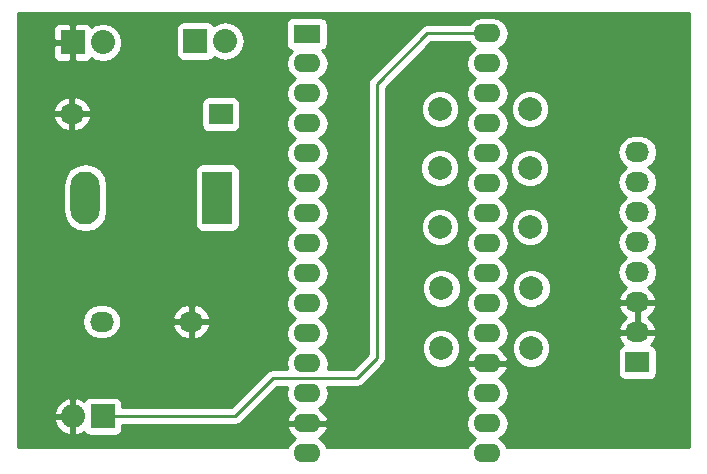
<source format=gbl>
G04 #@! TF.FileFunction,Copper,L2,Bot,Signal*
%FSLAX46Y46*%
G04 Gerber Fmt 4.6, Leading zero omitted, Abs format (unit mm)*
G04 Created by KiCad (PCBNEW 4.0.7) date 10/23/17 21:59:23*
%MOMM*%
%LPD*%
G01*
G04 APERTURE LIST*
%ADD10C,0.100000*%
%ADD11R,2.499360X4.500880*%
%ADD12O,2.499360X4.500880*%
%ADD13O,2.032000X1.727200*%
%ADD14R,2.032000X1.727200*%
%ADD15R,2.032000X2.032000*%
%ADD16O,2.032000X2.032000*%
%ADD17C,1.998980*%
%ADD18R,2.286000X1.574800*%
%ADD19O,2.286000X1.574800*%
%ADD20C,0.250000*%
%ADD21C,0.254000*%
G04 APERTURE END LIST*
D10*
D11*
X119305080Y-86060000D03*
D12*
X108129080Y-86060000D03*
D13*
X117120000Y-96570000D03*
X109520000Y-96570000D03*
X107020000Y-78970000D03*
D14*
X119620000Y-79010000D03*
D15*
X117470000Y-72810000D03*
D16*
X120010000Y-72810000D03*
D15*
X107070000Y-72920000D03*
D16*
X109610000Y-72920000D03*
D15*
X109630000Y-104570000D03*
D16*
X107090000Y-104570000D03*
D14*
X154880000Y-100000000D03*
D13*
X154880000Y-97460000D03*
X154880000Y-94920000D03*
X154880000Y-92380000D03*
X154880000Y-89840000D03*
X154880000Y-87300000D03*
X154880000Y-84760000D03*
X154880000Y-82220000D03*
D17*
X145790000Y-78570000D03*
X138170000Y-78570000D03*
X145770000Y-83550000D03*
X138150000Y-83550000D03*
X145800000Y-88550000D03*
X138180000Y-88550000D03*
X145920000Y-93740000D03*
X138300000Y-93740000D03*
X145880000Y-98820000D03*
X138260000Y-98820000D03*
D18*
X126900000Y-72200000D03*
D19*
X126940000Y-74700000D03*
X126940000Y-77240000D03*
X126940000Y-79780000D03*
X126940000Y-82320000D03*
X126940000Y-84860000D03*
X126940000Y-87400000D03*
X126940000Y-89940000D03*
X126940000Y-92480000D03*
X126940000Y-95020000D03*
X126940000Y-97560000D03*
X126940000Y-100100000D03*
X126940000Y-102640000D03*
X126940000Y-105180000D03*
X126940000Y-107720000D03*
X142180000Y-107720000D03*
X142180000Y-105180000D03*
X142180000Y-102640000D03*
X142180000Y-100100000D03*
X142180000Y-97560000D03*
X142180000Y-95020000D03*
X142180000Y-92480000D03*
X142180000Y-89940000D03*
X142180000Y-87400000D03*
X142180000Y-84860000D03*
X142180000Y-82320000D03*
X142180000Y-79780000D03*
X142180000Y-77240000D03*
X142180000Y-74700000D03*
X142180000Y-72160000D03*
D20*
X125040000Y-101350000D02*
X124020000Y-101350000D01*
X125040000Y-101350000D02*
X131110000Y-101350000D01*
X131110000Y-101350000D02*
X132810000Y-99650000D01*
X132810000Y-99650000D02*
X132810000Y-76460000D01*
X132810000Y-76460000D02*
X137110000Y-72160000D01*
X142180000Y-72160000D02*
X137110000Y-72160000D01*
X120800000Y-104570000D02*
X109630000Y-104570000D01*
X124020000Y-101350000D02*
X120800000Y-104570000D01*
D21*
G36*
X159223000Y-107173000D02*
X143882774Y-107173000D01*
X143576222Y-106714211D01*
X143180801Y-106450000D01*
X143576222Y-106185789D01*
X143884559Y-105724329D01*
X143992833Y-105180000D01*
X143884559Y-104635671D01*
X143576222Y-104174211D01*
X143180801Y-103910000D01*
X143576222Y-103645789D01*
X143884559Y-103184329D01*
X143992833Y-102640000D01*
X143884559Y-102095671D01*
X143576222Y-101634211D01*
X143181170Y-101370246D01*
X143197262Y-101365525D01*
X143631191Y-101015986D01*
X143898327Y-100526996D01*
X143915010Y-100447060D01*
X143792852Y-100227000D01*
X142307000Y-100227000D01*
X142307000Y-100247000D01*
X142053000Y-100247000D01*
X142053000Y-100227000D01*
X140567148Y-100227000D01*
X140444990Y-100447060D01*
X140461673Y-100526996D01*
X140728809Y-101015986D01*
X141162738Y-101365525D01*
X141178830Y-101370246D01*
X140783778Y-101634211D01*
X140475441Y-102095671D01*
X140367167Y-102640000D01*
X140475441Y-103184329D01*
X140783778Y-103645789D01*
X141179199Y-103910000D01*
X140783778Y-104174211D01*
X140475441Y-104635671D01*
X140367167Y-105180000D01*
X140475441Y-105724329D01*
X140783778Y-106185789D01*
X141179199Y-106450000D01*
X140783778Y-106714211D01*
X140477226Y-107173000D01*
X128642774Y-107173000D01*
X128336222Y-106714211D01*
X127941170Y-106450246D01*
X127957262Y-106445525D01*
X128391191Y-106095986D01*
X128658327Y-105606996D01*
X128675010Y-105527060D01*
X128552852Y-105307000D01*
X127067000Y-105307000D01*
X127067000Y-105327000D01*
X126813000Y-105327000D01*
X126813000Y-105307000D01*
X125327148Y-105307000D01*
X125204990Y-105527060D01*
X125221673Y-105606996D01*
X125488809Y-106095986D01*
X125922738Y-106445525D01*
X125938830Y-106450246D01*
X125543778Y-106714211D01*
X125237226Y-107173000D01*
X102477000Y-107173000D01*
X102477000Y-104952946D01*
X105484017Y-104952946D01*
X105752812Y-105538379D01*
X106225182Y-105976385D01*
X106707056Y-106175975D01*
X106963000Y-106056836D01*
X106963000Y-104697000D01*
X105602633Y-104697000D01*
X105484017Y-104952946D01*
X102477000Y-104952946D01*
X102477000Y-104187054D01*
X105484017Y-104187054D01*
X105602633Y-104443000D01*
X106963000Y-104443000D01*
X106963000Y-103083164D01*
X107217000Y-103083164D01*
X107217000Y-104443000D01*
X107237000Y-104443000D01*
X107237000Y-104697000D01*
X107217000Y-104697000D01*
X107217000Y-106056836D01*
X107472944Y-106175975D01*
X107954818Y-105976385D01*
X108052398Y-105885903D01*
X108149910Y-106037441D01*
X108362110Y-106182431D01*
X108614000Y-106233440D01*
X110646000Y-106233440D01*
X110881317Y-106189162D01*
X111097441Y-106050090D01*
X111242431Y-105837890D01*
X111293440Y-105586000D01*
X111293440Y-105330000D01*
X120800000Y-105330000D01*
X121090839Y-105272148D01*
X121337401Y-105107401D01*
X124334802Y-102110000D01*
X125232591Y-102110000D01*
X125127167Y-102640000D01*
X125235441Y-103184329D01*
X125543778Y-103645789D01*
X125938830Y-103909754D01*
X125922738Y-103914475D01*
X125488809Y-104264014D01*
X125221673Y-104753004D01*
X125204990Y-104832940D01*
X125327148Y-105053000D01*
X126813000Y-105053000D01*
X126813000Y-105033000D01*
X127067000Y-105033000D01*
X127067000Y-105053000D01*
X128552852Y-105053000D01*
X128675010Y-104832940D01*
X128658327Y-104753004D01*
X128391191Y-104264014D01*
X127957262Y-103914475D01*
X127941170Y-103909754D01*
X128336222Y-103645789D01*
X128644559Y-103184329D01*
X128752833Y-102640000D01*
X128647409Y-102110000D01*
X131110000Y-102110000D01*
X131400839Y-102052148D01*
X131647401Y-101887401D01*
X133347401Y-100187401D01*
X133512148Y-99940839D01*
X133570000Y-99650000D01*
X133570000Y-99143694D01*
X136625226Y-99143694D01*
X136873538Y-99744655D01*
X137332927Y-100204846D01*
X137933453Y-100454206D01*
X138583694Y-100454774D01*
X139184655Y-100206462D01*
X139644846Y-99747073D01*
X139894206Y-99146547D01*
X139894774Y-98496306D01*
X139646462Y-97895345D01*
X139187073Y-97435154D01*
X138586547Y-97185794D01*
X137936306Y-97185226D01*
X137335345Y-97433538D01*
X136875154Y-97892927D01*
X136625794Y-98493453D01*
X136625226Y-99143694D01*
X133570000Y-99143694D01*
X133570000Y-94063694D01*
X136665226Y-94063694D01*
X136913538Y-94664655D01*
X137372927Y-95124846D01*
X137973453Y-95374206D01*
X138623694Y-95374774D01*
X139224655Y-95126462D01*
X139684846Y-94667073D01*
X139934206Y-94066547D01*
X139934774Y-93416306D01*
X139686462Y-92815345D01*
X139227073Y-92355154D01*
X138626547Y-92105794D01*
X137976306Y-92105226D01*
X137375345Y-92353538D01*
X136915154Y-92812927D01*
X136665794Y-93413453D01*
X136665226Y-94063694D01*
X133570000Y-94063694D01*
X133570000Y-88873694D01*
X136545226Y-88873694D01*
X136793538Y-89474655D01*
X137252927Y-89934846D01*
X137853453Y-90184206D01*
X138503694Y-90184774D01*
X139104655Y-89936462D01*
X139564846Y-89477073D01*
X139814206Y-88876547D01*
X139814774Y-88226306D01*
X139566462Y-87625345D01*
X139107073Y-87165154D01*
X138506547Y-86915794D01*
X137856306Y-86915226D01*
X137255345Y-87163538D01*
X136795154Y-87622927D01*
X136545794Y-88223453D01*
X136545226Y-88873694D01*
X133570000Y-88873694D01*
X133570000Y-83873694D01*
X136515226Y-83873694D01*
X136763538Y-84474655D01*
X137222927Y-84934846D01*
X137823453Y-85184206D01*
X138473694Y-85184774D01*
X139074655Y-84936462D01*
X139534846Y-84477073D01*
X139784206Y-83876547D01*
X139784774Y-83226306D01*
X139536462Y-82625345D01*
X139077073Y-82165154D01*
X138476547Y-81915794D01*
X137826306Y-81915226D01*
X137225345Y-82163538D01*
X136765154Y-82622927D01*
X136515794Y-83223453D01*
X136515226Y-83873694D01*
X133570000Y-83873694D01*
X133570000Y-78893694D01*
X136535226Y-78893694D01*
X136783538Y-79494655D01*
X137242927Y-79954846D01*
X137843453Y-80204206D01*
X138493694Y-80204774D01*
X139094655Y-79956462D01*
X139554846Y-79497073D01*
X139804206Y-78896547D01*
X139804774Y-78246306D01*
X139556462Y-77645345D01*
X139097073Y-77185154D01*
X138496547Y-76935794D01*
X137846306Y-76935226D01*
X137245345Y-77183538D01*
X136785154Y-77642927D01*
X136535794Y-78243453D01*
X136535226Y-78893694D01*
X133570000Y-78893694D01*
X133570000Y-76774802D01*
X137424802Y-72920000D01*
X140619547Y-72920000D01*
X140783778Y-73165789D01*
X141179199Y-73430000D01*
X140783778Y-73694211D01*
X140475441Y-74155671D01*
X140367167Y-74700000D01*
X140475441Y-75244329D01*
X140783778Y-75705789D01*
X141179199Y-75970000D01*
X140783778Y-76234211D01*
X140475441Y-76695671D01*
X140367167Y-77240000D01*
X140475441Y-77784329D01*
X140783778Y-78245789D01*
X141179199Y-78510000D01*
X140783778Y-78774211D01*
X140475441Y-79235671D01*
X140367167Y-79780000D01*
X140475441Y-80324329D01*
X140783778Y-80785789D01*
X141179199Y-81050000D01*
X140783778Y-81314211D01*
X140475441Y-81775671D01*
X140367167Y-82320000D01*
X140475441Y-82864329D01*
X140783778Y-83325789D01*
X141179199Y-83590000D01*
X140783778Y-83854211D01*
X140475441Y-84315671D01*
X140367167Y-84860000D01*
X140475441Y-85404329D01*
X140783778Y-85865789D01*
X141179199Y-86130000D01*
X140783778Y-86394211D01*
X140475441Y-86855671D01*
X140367167Y-87400000D01*
X140475441Y-87944329D01*
X140783778Y-88405789D01*
X141179199Y-88670000D01*
X140783778Y-88934211D01*
X140475441Y-89395671D01*
X140367167Y-89940000D01*
X140475441Y-90484329D01*
X140783778Y-90945789D01*
X141179199Y-91210000D01*
X140783778Y-91474211D01*
X140475441Y-91935671D01*
X140367167Y-92480000D01*
X140475441Y-93024329D01*
X140783778Y-93485789D01*
X141179199Y-93750000D01*
X140783778Y-94014211D01*
X140475441Y-94475671D01*
X140367167Y-95020000D01*
X140475441Y-95564329D01*
X140783778Y-96025789D01*
X141179199Y-96290000D01*
X140783778Y-96554211D01*
X140475441Y-97015671D01*
X140367167Y-97560000D01*
X140475441Y-98104329D01*
X140783778Y-98565789D01*
X141178830Y-98829754D01*
X141162738Y-98834475D01*
X140728809Y-99184014D01*
X140461673Y-99673004D01*
X140444990Y-99752940D01*
X140567148Y-99973000D01*
X142053000Y-99973000D01*
X142053000Y-99953000D01*
X142307000Y-99953000D01*
X142307000Y-99973000D01*
X143792852Y-99973000D01*
X143915010Y-99752940D01*
X143898327Y-99673004D01*
X143631191Y-99184014D01*
X143581137Y-99143694D01*
X144245226Y-99143694D01*
X144493538Y-99744655D01*
X144952927Y-100204846D01*
X145553453Y-100454206D01*
X146203694Y-100454774D01*
X146804655Y-100206462D01*
X147264846Y-99747073D01*
X147514206Y-99146547D01*
X147514214Y-99136400D01*
X153216560Y-99136400D01*
X153216560Y-100863600D01*
X153260838Y-101098917D01*
X153399910Y-101315041D01*
X153612110Y-101460031D01*
X153864000Y-101511040D01*
X155896000Y-101511040D01*
X156131317Y-101466762D01*
X156347441Y-101327690D01*
X156492431Y-101115490D01*
X156543440Y-100863600D01*
X156543440Y-99136400D01*
X156499162Y-98901083D01*
X156360090Y-98684959D01*
X156147890Y-98539969D01*
X156053073Y-98520768D01*
X156230732Y-98362036D01*
X156484709Y-97834791D01*
X156487358Y-97819026D01*
X156366217Y-97587000D01*
X155007000Y-97587000D01*
X155007000Y-97607000D01*
X154753000Y-97607000D01*
X154753000Y-97587000D01*
X153393783Y-97587000D01*
X153272642Y-97819026D01*
X153275291Y-97834791D01*
X153529268Y-98362036D01*
X153704845Y-98518907D01*
X153628683Y-98533238D01*
X153412559Y-98672310D01*
X153267569Y-98884510D01*
X153216560Y-99136400D01*
X147514214Y-99136400D01*
X147514774Y-98496306D01*
X147266462Y-97895345D01*
X146807073Y-97435154D01*
X146206547Y-97185794D01*
X145556306Y-97185226D01*
X144955345Y-97433538D01*
X144495154Y-97892927D01*
X144245794Y-98493453D01*
X144245226Y-99143694D01*
X143581137Y-99143694D01*
X143197262Y-98834475D01*
X143181170Y-98829754D01*
X143576222Y-98565789D01*
X143884559Y-98104329D01*
X143992833Y-97560000D01*
X143884559Y-97015671D01*
X143576222Y-96554211D01*
X143180801Y-96290000D01*
X143576222Y-96025789D01*
X143884559Y-95564329D01*
X143992833Y-95020000D01*
X143884559Y-94475671D01*
X143609286Y-94063694D01*
X144285226Y-94063694D01*
X144533538Y-94664655D01*
X144992927Y-95124846D01*
X145593453Y-95374206D01*
X146243694Y-95374774D01*
X146475421Y-95279026D01*
X153272642Y-95279026D01*
X153275291Y-95294791D01*
X153529268Y-95822036D01*
X153941108Y-96190000D01*
X153529268Y-96557964D01*
X153275291Y-97085209D01*
X153272642Y-97100974D01*
X153393783Y-97333000D01*
X154753000Y-97333000D01*
X154753000Y-95047000D01*
X155007000Y-95047000D01*
X155007000Y-97333000D01*
X156366217Y-97333000D01*
X156487358Y-97100974D01*
X156484709Y-97085209D01*
X156230732Y-96557964D01*
X155818892Y-96190000D01*
X156230732Y-95822036D01*
X156484709Y-95294791D01*
X156487358Y-95279026D01*
X156366217Y-95047000D01*
X155007000Y-95047000D01*
X154753000Y-95047000D01*
X153393783Y-95047000D01*
X153272642Y-95279026D01*
X146475421Y-95279026D01*
X146844655Y-95126462D01*
X147304846Y-94667073D01*
X147554206Y-94066547D01*
X147554774Y-93416306D01*
X147306462Y-92815345D01*
X146847073Y-92355154D01*
X146246547Y-92105794D01*
X145596306Y-92105226D01*
X144995345Y-92353538D01*
X144535154Y-92812927D01*
X144285794Y-93413453D01*
X144285226Y-94063694D01*
X143609286Y-94063694D01*
X143576222Y-94014211D01*
X143180801Y-93750000D01*
X143576222Y-93485789D01*
X143884559Y-93024329D01*
X143992833Y-92480000D01*
X143884559Y-91935671D01*
X143576222Y-91474211D01*
X143180801Y-91210000D01*
X143576222Y-90945789D01*
X143884559Y-90484329D01*
X143992833Y-89940000D01*
X143884559Y-89395671D01*
X143576222Y-88934211D01*
X143485652Y-88873694D01*
X144165226Y-88873694D01*
X144413538Y-89474655D01*
X144872927Y-89934846D01*
X145473453Y-90184206D01*
X146123694Y-90184774D01*
X146724655Y-89936462D01*
X147184846Y-89477073D01*
X147434206Y-88876547D01*
X147434774Y-88226306D01*
X147186462Y-87625345D01*
X146727073Y-87165154D01*
X146126547Y-86915794D01*
X145476306Y-86915226D01*
X144875345Y-87163538D01*
X144415154Y-87622927D01*
X144165794Y-88223453D01*
X144165226Y-88873694D01*
X143485652Y-88873694D01*
X143180801Y-88670000D01*
X143576222Y-88405789D01*
X143884559Y-87944329D01*
X143992833Y-87400000D01*
X143884559Y-86855671D01*
X143576222Y-86394211D01*
X143180801Y-86130000D01*
X143576222Y-85865789D01*
X143884559Y-85404329D01*
X143992833Y-84860000D01*
X143884559Y-84315671D01*
X143589241Y-83873694D01*
X144135226Y-83873694D01*
X144383538Y-84474655D01*
X144842927Y-84934846D01*
X145443453Y-85184206D01*
X146093694Y-85184774D01*
X146694655Y-84936462D01*
X147154846Y-84477073D01*
X147404206Y-83876547D01*
X147404774Y-83226306D01*
X147156462Y-82625345D01*
X146751824Y-82220000D01*
X153196655Y-82220000D01*
X153310729Y-82793489D01*
X153635585Y-83279670D01*
X153950366Y-83490000D01*
X153635585Y-83700330D01*
X153310729Y-84186511D01*
X153196655Y-84760000D01*
X153310729Y-85333489D01*
X153635585Y-85819670D01*
X153950366Y-86030000D01*
X153635585Y-86240330D01*
X153310729Y-86726511D01*
X153196655Y-87300000D01*
X153310729Y-87873489D01*
X153635585Y-88359670D01*
X153950366Y-88570000D01*
X153635585Y-88780330D01*
X153310729Y-89266511D01*
X153196655Y-89840000D01*
X153310729Y-90413489D01*
X153635585Y-90899670D01*
X153950366Y-91110000D01*
X153635585Y-91320330D01*
X153310729Y-91806511D01*
X153196655Y-92380000D01*
X153310729Y-92953489D01*
X153635585Y-93439670D01*
X153945069Y-93646461D01*
X153529268Y-94017964D01*
X153275291Y-94545209D01*
X153272642Y-94560974D01*
X153393783Y-94793000D01*
X154753000Y-94793000D01*
X154753000Y-94773000D01*
X155007000Y-94773000D01*
X155007000Y-94793000D01*
X156366217Y-94793000D01*
X156487358Y-94560974D01*
X156484709Y-94545209D01*
X156230732Y-94017964D01*
X155814931Y-93646461D01*
X156124415Y-93439670D01*
X156449271Y-92953489D01*
X156563345Y-92380000D01*
X156449271Y-91806511D01*
X156124415Y-91320330D01*
X155809634Y-91110000D01*
X156124415Y-90899670D01*
X156449271Y-90413489D01*
X156563345Y-89840000D01*
X156449271Y-89266511D01*
X156124415Y-88780330D01*
X155809634Y-88570000D01*
X156124415Y-88359670D01*
X156449271Y-87873489D01*
X156563345Y-87300000D01*
X156449271Y-86726511D01*
X156124415Y-86240330D01*
X155809634Y-86030000D01*
X156124415Y-85819670D01*
X156449271Y-85333489D01*
X156563345Y-84760000D01*
X156449271Y-84186511D01*
X156124415Y-83700330D01*
X155809634Y-83490000D01*
X156124415Y-83279670D01*
X156449271Y-82793489D01*
X156563345Y-82220000D01*
X156449271Y-81646511D01*
X156124415Y-81160330D01*
X155638234Y-80835474D01*
X155064745Y-80721400D01*
X154695255Y-80721400D01*
X154121766Y-80835474D01*
X153635585Y-81160330D01*
X153310729Y-81646511D01*
X153196655Y-82220000D01*
X146751824Y-82220000D01*
X146697073Y-82165154D01*
X146096547Y-81915794D01*
X145446306Y-81915226D01*
X144845345Y-82163538D01*
X144385154Y-82622927D01*
X144135794Y-83223453D01*
X144135226Y-83873694D01*
X143589241Y-83873694D01*
X143576222Y-83854211D01*
X143180801Y-83590000D01*
X143576222Y-83325789D01*
X143884559Y-82864329D01*
X143992833Y-82320000D01*
X143884559Y-81775671D01*
X143576222Y-81314211D01*
X143180801Y-81050000D01*
X143576222Y-80785789D01*
X143884559Y-80324329D01*
X143992833Y-79780000D01*
X143884559Y-79235671D01*
X143656058Y-78893694D01*
X144155226Y-78893694D01*
X144403538Y-79494655D01*
X144862927Y-79954846D01*
X145463453Y-80204206D01*
X146113694Y-80204774D01*
X146714655Y-79956462D01*
X147174846Y-79497073D01*
X147424206Y-78896547D01*
X147424774Y-78246306D01*
X147176462Y-77645345D01*
X146717073Y-77185154D01*
X146116547Y-76935794D01*
X145466306Y-76935226D01*
X144865345Y-77183538D01*
X144405154Y-77642927D01*
X144155794Y-78243453D01*
X144155226Y-78893694D01*
X143656058Y-78893694D01*
X143576222Y-78774211D01*
X143180801Y-78510000D01*
X143576222Y-78245789D01*
X143884559Y-77784329D01*
X143992833Y-77240000D01*
X143884559Y-76695671D01*
X143576222Y-76234211D01*
X143180801Y-75970000D01*
X143576222Y-75705789D01*
X143884559Y-75244329D01*
X143992833Y-74700000D01*
X143884559Y-74155671D01*
X143576222Y-73694211D01*
X143180801Y-73430000D01*
X143576222Y-73165789D01*
X143884559Y-72704329D01*
X143992833Y-72160000D01*
X143884559Y-71615671D01*
X143576222Y-71154211D01*
X143114762Y-70845874D01*
X142570433Y-70737600D01*
X141789567Y-70737600D01*
X141245238Y-70845874D01*
X140783778Y-71154211D01*
X140619547Y-71400000D01*
X137110000Y-71400000D01*
X136819160Y-71457852D01*
X136572599Y-71622599D01*
X132272599Y-75922599D01*
X132107852Y-76169161D01*
X132050000Y-76460000D01*
X132050000Y-99335198D01*
X130795198Y-100590000D01*
X128655366Y-100590000D01*
X128752833Y-100100000D01*
X128644559Y-99555671D01*
X128336222Y-99094211D01*
X127940801Y-98830000D01*
X128336222Y-98565789D01*
X128644559Y-98104329D01*
X128752833Y-97560000D01*
X128644559Y-97015671D01*
X128336222Y-96554211D01*
X127940801Y-96290000D01*
X128336222Y-96025789D01*
X128644559Y-95564329D01*
X128752833Y-95020000D01*
X128644559Y-94475671D01*
X128336222Y-94014211D01*
X127940801Y-93750000D01*
X128336222Y-93485789D01*
X128644559Y-93024329D01*
X128752833Y-92480000D01*
X128644559Y-91935671D01*
X128336222Y-91474211D01*
X127940801Y-91210000D01*
X128336222Y-90945789D01*
X128644559Y-90484329D01*
X128752833Y-89940000D01*
X128644559Y-89395671D01*
X128336222Y-88934211D01*
X127940801Y-88670000D01*
X128336222Y-88405789D01*
X128644559Y-87944329D01*
X128752833Y-87400000D01*
X128644559Y-86855671D01*
X128336222Y-86394211D01*
X127940801Y-86130000D01*
X128336222Y-85865789D01*
X128644559Y-85404329D01*
X128752833Y-84860000D01*
X128644559Y-84315671D01*
X128336222Y-83854211D01*
X127940801Y-83590000D01*
X128336222Y-83325789D01*
X128644559Y-82864329D01*
X128752833Y-82320000D01*
X128644559Y-81775671D01*
X128336222Y-81314211D01*
X127940801Y-81050000D01*
X128336222Y-80785789D01*
X128644559Y-80324329D01*
X128752833Y-79780000D01*
X128644559Y-79235671D01*
X128336222Y-78774211D01*
X127940801Y-78510000D01*
X128336222Y-78245789D01*
X128644559Y-77784329D01*
X128752833Y-77240000D01*
X128644559Y-76695671D01*
X128336222Y-76234211D01*
X127940801Y-75970000D01*
X128336222Y-75705789D01*
X128644559Y-75244329D01*
X128752833Y-74700000D01*
X128644559Y-74155671D01*
X128336222Y-73694211D01*
X128202461Y-73604835D01*
X128278317Y-73590562D01*
X128494441Y-73451490D01*
X128639431Y-73239290D01*
X128690440Y-72987400D01*
X128690440Y-71412600D01*
X128646162Y-71177283D01*
X128507090Y-70961159D01*
X128294890Y-70816169D01*
X128043000Y-70765160D01*
X125757000Y-70765160D01*
X125521683Y-70809438D01*
X125305559Y-70948510D01*
X125160569Y-71160710D01*
X125109560Y-71412600D01*
X125109560Y-72987400D01*
X125153838Y-73222717D01*
X125292910Y-73438841D01*
X125505110Y-73583831D01*
X125661559Y-73615513D01*
X125543778Y-73694211D01*
X125235441Y-74155671D01*
X125127167Y-74700000D01*
X125235441Y-75244329D01*
X125543778Y-75705789D01*
X125939199Y-75970000D01*
X125543778Y-76234211D01*
X125235441Y-76695671D01*
X125127167Y-77240000D01*
X125235441Y-77784329D01*
X125543778Y-78245789D01*
X125939199Y-78510000D01*
X125543778Y-78774211D01*
X125235441Y-79235671D01*
X125127167Y-79780000D01*
X125235441Y-80324329D01*
X125543778Y-80785789D01*
X125939199Y-81050000D01*
X125543778Y-81314211D01*
X125235441Y-81775671D01*
X125127167Y-82320000D01*
X125235441Y-82864329D01*
X125543778Y-83325789D01*
X125939199Y-83590000D01*
X125543778Y-83854211D01*
X125235441Y-84315671D01*
X125127167Y-84860000D01*
X125235441Y-85404329D01*
X125543778Y-85865789D01*
X125939199Y-86130000D01*
X125543778Y-86394211D01*
X125235441Y-86855671D01*
X125127167Y-87400000D01*
X125235441Y-87944329D01*
X125543778Y-88405789D01*
X125939199Y-88670000D01*
X125543778Y-88934211D01*
X125235441Y-89395671D01*
X125127167Y-89940000D01*
X125235441Y-90484329D01*
X125543778Y-90945789D01*
X125939199Y-91210000D01*
X125543778Y-91474211D01*
X125235441Y-91935671D01*
X125127167Y-92480000D01*
X125235441Y-93024329D01*
X125543778Y-93485789D01*
X125939199Y-93750000D01*
X125543778Y-94014211D01*
X125235441Y-94475671D01*
X125127167Y-95020000D01*
X125235441Y-95564329D01*
X125543778Y-96025789D01*
X125939199Y-96290000D01*
X125543778Y-96554211D01*
X125235441Y-97015671D01*
X125127167Y-97560000D01*
X125235441Y-98104329D01*
X125543778Y-98565789D01*
X125939199Y-98830000D01*
X125543778Y-99094211D01*
X125235441Y-99555671D01*
X125127167Y-100100000D01*
X125224634Y-100590000D01*
X124020000Y-100590000D01*
X123729161Y-100647852D01*
X123482599Y-100812599D01*
X120485198Y-103810000D01*
X111293440Y-103810000D01*
X111293440Y-103554000D01*
X111249162Y-103318683D01*
X111110090Y-103102559D01*
X110897890Y-102957569D01*
X110646000Y-102906560D01*
X108614000Y-102906560D01*
X108378683Y-102950838D01*
X108162559Y-103089910D01*
X108051160Y-103252948D01*
X107954818Y-103163615D01*
X107472944Y-102964025D01*
X107217000Y-103083164D01*
X106963000Y-103083164D01*
X106707056Y-102964025D01*
X106225182Y-103163615D01*
X105752812Y-103601621D01*
X105484017Y-104187054D01*
X102477000Y-104187054D01*
X102477000Y-96570000D01*
X107836655Y-96570000D01*
X107950729Y-97143489D01*
X108275585Y-97629670D01*
X108761766Y-97954526D01*
X109335255Y-98068600D01*
X109704745Y-98068600D01*
X110278234Y-97954526D01*
X110764415Y-97629670D01*
X111089271Y-97143489D01*
X111131930Y-96929026D01*
X115512642Y-96929026D01*
X115515291Y-96944791D01*
X115769268Y-97472036D01*
X116205680Y-97861954D01*
X116758087Y-98055184D01*
X116993000Y-97910924D01*
X116993000Y-96697000D01*
X117247000Y-96697000D01*
X117247000Y-97910924D01*
X117481913Y-98055184D01*
X118034320Y-97861954D01*
X118470732Y-97472036D01*
X118724709Y-96944791D01*
X118727358Y-96929026D01*
X118606217Y-96697000D01*
X117247000Y-96697000D01*
X116993000Y-96697000D01*
X115633783Y-96697000D01*
X115512642Y-96929026D01*
X111131930Y-96929026D01*
X111203345Y-96570000D01*
X111131931Y-96210974D01*
X115512642Y-96210974D01*
X115633783Y-96443000D01*
X116993000Y-96443000D01*
X116993000Y-95229076D01*
X117247000Y-95229076D01*
X117247000Y-96443000D01*
X118606217Y-96443000D01*
X118727358Y-96210974D01*
X118724709Y-96195209D01*
X118470732Y-95667964D01*
X118034320Y-95278046D01*
X117481913Y-95084816D01*
X117247000Y-95229076D01*
X116993000Y-95229076D01*
X116758087Y-95084816D01*
X116205680Y-95278046D01*
X115769268Y-95667964D01*
X115515291Y-96195209D01*
X115512642Y-96210974D01*
X111131931Y-96210974D01*
X111089271Y-95996511D01*
X110764415Y-95510330D01*
X110278234Y-95185474D01*
X109704745Y-95071400D01*
X109335255Y-95071400D01*
X108761766Y-95185474D01*
X108275585Y-95510330D01*
X107950729Y-95996511D01*
X107836655Y-96570000D01*
X102477000Y-96570000D01*
X102477000Y-85002711D01*
X106244400Y-85002711D01*
X106244400Y-87117289D01*
X106387863Y-87838525D01*
X106796410Y-88449959D01*
X107407844Y-88858506D01*
X108129080Y-89001969D01*
X108850316Y-88858506D01*
X109461750Y-88449959D01*
X109870297Y-87838525D01*
X110013760Y-87117289D01*
X110013760Y-85002711D01*
X109870297Y-84281475D01*
X109554974Y-83809560D01*
X117407960Y-83809560D01*
X117407960Y-88310440D01*
X117452238Y-88545757D01*
X117591310Y-88761881D01*
X117803510Y-88906871D01*
X118055400Y-88957880D01*
X120554760Y-88957880D01*
X120790077Y-88913602D01*
X121006201Y-88774530D01*
X121151191Y-88562330D01*
X121202200Y-88310440D01*
X121202200Y-83809560D01*
X121157922Y-83574243D01*
X121018850Y-83358119D01*
X120806650Y-83213129D01*
X120554760Y-83162120D01*
X118055400Y-83162120D01*
X117820083Y-83206398D01*
X117603959Y-83345470D01*
X117458969Y-83557670D01*
X117407960Y-83809560D01*
X109554974Y-83809560D01*
X109461750Y-83670041D01*
X108850316Y-83261494D01*
X108129080Y-83118031D01*
X107407844Y-83261494D01*
X106796410Y-83670041D01*
X106387863Y-84281475D01*
X106244400Y-85002711D01*
X102477000Y-85002711D01*
X102477000Y-79329026D01*
X105412642Y-79329026D01*
X105415291Y-79344791D01*
X105669268Y-79872036D01*
X106105680Y-80261954D01*
X106658087Y-80455184D01*
X106893000Y-80310924D01*
X106893000Y-79097000D01*
X107147000Y-79097000D01*
X107147000Y-80310924D01*
X107381913Y-80455184D01*
X107934320Y-80261954D01*
X108370732Y-79872036D01*
X108624709Y-79344791D01*
X108627358Y-79329026D01*
X108506217Y-79097000D01*
X107147000Y-79097000D01*
X106893000Y-79097000D01*
X105533783Y-79097000D01*
X105412642Y-79329026D01*
X102477000Y-79329026D01*
X102477000Y-78610974D01*
X105412642Y-78610974D01*
X105533783Y-78843000D01*
X106893000Y-78843000D01*
X106893000Y-77629076D01*
X107147000Y-77629076D01*
X107147000Y-78843000D01*
X108506217Y-78843000D01*
X108627358Y-78610974D01*
X108624709Y-78595209D01*
X108408516Y-78146400D01*
X117956560Y-78146400D01*
X117956560Y-79873600D01*
X118000838Y-80108917D01*
X118139910Y-80325041D01*
X118352110Y-80470031D01*
X118604000Y-80521040D01*
X120636000Y-80521040D01*
X120871317Y-80476762D01*
X121087441Y-80337690D01*
X121232431Y-80125490D01*
X121283440Y-79873600D01*
X121283440Y-78146400D01*
X121239162Y-77911083D01*
X121100090Y-77694959D01*
X120887890Y-77549969D01*
X120636000Y-77498960D01*
X118604000Y-77498960D01*
X118368683Y-77543238D01*
X118152559Y-77682310D01*
X118007569Y-77894510D01*
X117956560Y-78146400D01*
X108408516Y-78146400D01*
X108370732Y-78067964D01*
X107934320Y-77678046D01*
X107381913Y-77484816D01*
X107147000Y-77629076D01*
X106893000Y-77629076D01*
X106658087Y-77484816D01*
X106105680Y-77678046D01*
X105669268Y-78067964D01*
X105415291Y-78595209D01*
X105412642Y-78610974D01*
X102477000Y-78610974D01*
X102477000Y-73205750D01*
X105419000Y-73205750D01*
X105419000Y-74062309D01*
X105515673Y-74295698D01*
X105694301Y-74474327D01*
X105927690Y-74571000D01*
X106784250Y-74571000D01*
X106943000Y-74412250D01*
X106943000Y-73047000D01*
X105577750Y-73047000D01*
X105419000Y-73205750D01*
X102477000Y-73205750D01*
X102477000Y-71777691D01*
X105419000Y-71777691D01*
X105419000Y-72634250D01*
X105577750Y-72793000D01*
X106943000Y-72793000D01*
X106943000Y-71427750D01*
X107197000Y-71427750D01*
X107197000Y-72793000D01*
X107217000Y-72793000D01*
X107217000Y-73047000D01*
X107197000Y-73047000D01*
X107197000Y-74412250D01*
X107355750Y-74571000D01*
X108212310Y-74571000D01*
X108445699Y-74474327D01*
X108624327Y-74295698D01*
X108641999Y-74253034D01*
X108978190Y-74477670D01*
X109610000Y-74603345D01*
X110241810Y-74477670D01*
X110777433Y-74119778D01*
X111135325Y-73584155D01*
X111261000Y-72952345D01*
X111261000Y-72887655D01*
X111135325Y-72255845D01*
X110826730Y-71794000D01*
X115806560Y-71794000D01*
X115806560Y-73826000D01*
X115850838Y-74061317D01*
X115989910Y-74277441D01*
X116202110Y-74422431D01*
X116454000Y-74473440D01*
X118486000Y-74473440D01*
X118721317Y-74429162D01*
X118937441Y-74290090D01*
X119039198Y-74141163D01*
X119378190Y-74367670D01*
X120010000Y-74493345D01*
X120641810Y-74367670D01*
X121177433Y-74009778D01*
X121535325Y-73474155D01*
X121661000Y-72842345D01*
X121661000Y-72777655D01*
X121535325Y-72145845D01*
X121177433Y-71610222D01*
X120641810Y-71252330D01*
X120010000Y-71126655D01*
X119378190Y-71252330D01*
X119038208Y-71479499D01*
X118950090Y-71342559D01*
X118737890Y-71197569D01*
X118486000Y-71146560D01*
X116454000Y-71146560D01*
X116218683Y-71190838D01*
X116002559Y-71329910D01*
X115857569Y-71542110D01*
X115806560Y-71794000D01*
X110826730Y-71794000D01*
X110777433Y-71720222D01*
X110241810Y-71362330D01*
X109610000Y-71236655D01*
X108978190Y-71362330D01*
X108641999Y-71586966D01*
X108624327Y-71544302D01*
X108445699Y-71365673D01*
X108212310Y-71269000D01*
X107355750Y-71269000D01*
X107197000Y-71427750D01*
X106943000Y-71427750D01*
X106784250Y-71269000D01*
X105927690Y-71269000D01*
X105694301Y-71365673D01*
X105515673Y-71544302D01*
X105419000Y-71777691D01*
X102477000Y-71777691D01*
X102477000Y-70427000D01*
X159223000Y-70427000D01*
X159223000Y-107173000D01*
X159223000Y-107173000D01*
G37*
X159223000Y-107173000D02*
X143882774Y-107173000D01*
X143576222Y-106714211D01*
X143180801Y-106450000D01*
X143576222Y-106185789D01*
X143884559Y-105724329D01*
X143992833Y-105180000D01*
X143884559Y-104635671D01*
X143576222Y-104174211D01*
X143180801Y-103910000D01*
X143576222Y-103645789D01*
X143884559Y-103184329D01*
X143992833Y-102640000D01*
X143884559Y-102095671D01*
X143576222Y-101634211D01*
X143181170Y-101370246D01*
X143197262Y-101365525D01*
X143631191Y-101015986D01*
X143898327Y-100526996D01*
X143915010Y-100447060D01*
X143792852Y-100227000D01*
X142307000Y-100227000D01*
X142307000Y-100247000D01*
X142053000Y-100247000D01*
X142053000Y-100227000D01*
X140567148Y-100227000D01*
X140444990Y-100447060D01*
X140461673Y-100526996D01*
X140728809Y-101015986D01*
X141162738Y-101365525D01*
X141178830Y-101370246D01*
X140783778Y-101634211D01*
X140475441Y-102095671D01*
X140367167Y-102640000D01*
X140475441Y-103184329D01*
X140783778Y-103645789D01*
X141179199Y-103910000D01*
X140783778Y-104174211D01*
X140475441Y-104635671D01*
X140367167Y-105180000D01*
X140475441Y-105724329D01*
X140783778Y-106185789D01*
X141179199Y-106450000D01*
X140783778Y-106714211D01*
X140477226Y-107173000D01*
X128642774Y-107173000D01*
X128336222Y-106714211D01*
X127941170Y-106450246D01*
X127957262Y-106445525D01*
X128391191Y-106095986D01*
X128658327Y-105606996D01*
X128675010Y-105527060D01*
X128552852Y-105307000D01*
X127067000Y-105307000D01*
X127067000Y-105327000D01*
X126813000Y-105327000D01*
X126813000Y-105307000D01*
X125327148Y-105307000D01*
X125204990Y-105527060D01*
X125221673Y-105606996D01*
X125488809Y-106095986D01*
X125922738Y-106445525D01*
X125938830Y-106450246D01*
X125543778Y-106714211D01*
X125237226Y-107173000D01*
X102477000Y-107173000D01*
X102477000Y-104952946D01*
X105484017Y-104952946D01*
X105752812Y-105538379D01*
X106225182Y-105976385D01*
X106707056Y-106175975D01*
X106963000Y-106056836D01*
X106963000Y-104697000D01*
X105602633Y-104697000D01*
X105484017Y-104952946D01*
X102477000Y-104952946D01*
X102477000Y-104187054D01*
X105484017Y-104187054D01*
X105602633Y-104443000D01*
X106963000Y-104443000D01*
X106963000Y-103083164D01*
X107217000Y-103083164D01*
X107217000Y-104443000D01*
X107237000Y-104443000D01*
X107237000Y-104697000D01*
X107217000Y-104697000D01*
X107217000Y-106056836D01*
X107472944Y-106175975D01*
X107954818Y-105976385D01*
X108052398Y-105885903D01*
X108149910Y-106037441D01*
X108362110Y-106182431D01*
X108614000Y-106233440D01*
X110646000Y-106233440D01*
X110881317Y-106189162D01*
X111097441Y-106050090D01*
X111242431Y-105837890D01*
X111293440Y-105586000D01*
X111293440Y-105330000D01*
X120800000Y-105330000D01*
X121090839Y-105272148D01*
X121337401Y-105107401D01*
X124334802Y-102110000D01*
X125232591Y-102110000D01*
X125127167Y-102640000D01*
X125235441Y-103184329D01*
X125543778Y-103645789D01*
X125938830Y-103909754D01*
X125922738Y-103914475D01*
X125488809Y-104264014D01*
X125221673Y-104753004D01*
X125204990Y-104832940D01*
X125327148Y-105053000D01*
X126813000Y-105053000D01*
X126813000Y-105033000D01*
X127067000Y-105033000D01*
X127067000Y-105053000D01*
X128552852Y-105053000D01*
X128675010Y-104832940D01*
X128658327Y-104753004D01*
X128391191Y-104264014D01*
X127957262Y-103914475D01*
X127941170Y-103909754D01*
X128336222Y-103645789D01*
X128644559Y-103184329D01*
X128752833Y-102640000D01*
X128647409Y-102110000D01*
X131110000Y-102110000D01*
X131400839Y-102052148D01*
X131647401Y-101887401D01*
X133347401Y-100187401D01*
X133512148Y-99940839D01*
X133570000Y-99650000D01*
X133570000Y-99143694D01*
X136625226Y-99143694D01*
X136873538Y-99744655D01*
X137332927Y-100204846D01*
X137933453Y-100454206D01*
X138583694Y-100454774D01*
X139184655Y-100206462D01*
X139644846Y-99747073D01*
X139894206Y-99146547D01*
X139894774Y-98496306D01*
X139646462Y-97895345D01*
X139187073Y-97435154D01*
X138586547Y-97185794D01*
X137936306Y-97185226D01*
X137335345Y-97433538D01*
X136875154Y-97892927D01*
X136625794Y-98493453D01*
X136625226Y-99143694D01*
X133570000Y-99143694D01*
X133570000Y-94063694D01*
X136665226Y-94063694D01*
X136913538Y-94664655D01*
X137372927Y-95124846D01*
X137973453Y-95374206D01*
X138623694Y-95374774D01*
X139224655Y-95126462D01*
X139684846Y-94667073D01*
X139934206Y-94066547D01*
X139934774Y-93416306D01*
X139686462Y-92815345D01*
X139227073Y-92355154D01*
X138626547Y-92105794D01*
X137976306Y-92105226D01*
X137375345Y-92353538D01*
X136915154Y-92812927D01*
X136665794Y-93413453D01*
X136665226Y-94063694D01*
X133570000Y-94063694D01*
X133570000Y-88873694D01*
X136545226Y-88873694D01*
X136793538Y-89474655D01*
X137252927Y-89934846D01*
X137853453Y-90184206D01*
X138503694Y-90184774D01*
X139104655Y-89936462D01*
X139564846Y-89477073D01*
X139814206Y-88876547D01*
X139814774Y-88226306D01*
X139566462Y-87625345D01*
X139107073Y-87165154D01*
X138506547Y-86915794D01*
X137856306Y-86915226D01*
X137255345Y-87163538D01*
X136795154Y-87622927D01*
X136545794Y-88223453D01*
X136545226Y-88873694D01*
X133570000Y-88873694D01*
X133570000Y-83873694D01*
X136515226Y-83873694D01*
X136763538Y-84474655D01*
X137222927Y-84934846D01*
X137823453Y-85184206D01*
X138473694Y-85184774D01*
X139074655Y-84936462D01*
X139534846Y-84477073D01*
X139784206Y-83876547D01*
X139784774Y-83226306D01*
X139536462Y-82625345D01*
X139077073Y-82165154D01*
X138476547Y-81915794D01*
X137826306Y-81915226D01*
X137225345Y-82163538D01*
X136765154Y-82622927D01*
X136515794Y-83223453D01*
X136515226Y-83873694D01*
X133570000Y-83873694D01*
X133570000Y-78893694D01*
X136535226Y-78893694D01*
X136783538Y-79494655D01*
X137242927Y-79954846D01*
X137843453Y-80204206D01*
X138493694Y-80204774D01*
X139094655Y-79956462D01*
X139554846Y-79497073D01*
X139804206Y-78896547D01*
X139804774Y-78246306D01*
X139556462Y-77645345D01*
X139097073Y-77185154D01*
X138496547Y-76935794D01*
X137846306Y-76935226D01*
X137245345Y-77183538D01*
X136785154Y-77642927D01*
X136535794Y-78243453D01*
X136535226Y-78893694D01*
X133570000Y-78893694D01*
X133570000Y-76774802D01*
X137424802Y-72920000D01*
X140619547Y-72920000D01*
X140783778Y-73165789D01*
X141179199Y-73430000D01*
X140783778Y-73694211D01*
X140475441Y-74155671D01*
X140367167Y-74700000D01*
X140475441Y-75244329D01*
X140783778Y-75705789D01*
X141179199Y-75970000D01*
X140783778Y-76234211D01*
X140475441Y-76695671D01*
X140367167Y-77240000D01*
X140475441Y-77784329D01*
X140783778Y-78245789D01*
X141179199Y-78510000D01*
X140783778Y-78774211D01*
X140475441Y-79235671D01*
X140367167Y-79780000D01*
X140475441Y-80324329D01*
X140783778Y-80785789D01*
X141179199Y-81050000D01*
X140783778Y-81314211D01*
X140475441Y-81775671D01*
X140367167Y-82320000D01*
X140475441Y-82864329D01*
X140783778Y-83325789D01*
X141179199Y-83590000D01*
X140783778Y-83854211D01*
X140475441Y-84315671D01*
X140367167Y-84860000D01*
X140475441Y-85404329D01*
X140783778Y-85865789D01*
X141179199Y-86130000D01*
X140783778Y-86394211D01*
X140475441Y-86855671D01*
X140367167Y-87400000D01*
X140475441Y-87944329D01*
X140783778Y-88405789D01*
X141179199Y-88670000D01*
X140783778Y-88934211D01*
X140475441Y-89395671D01*
X140367167Y-89940000D01*
X140475441Y-90484329D01*
X140783778Y-90945789D01*
X141179199Y-91210000D01*
X140783778Y-91474211D01*
X140475441Y-91935671D01*
X140367167Y-92480000D01*
X140475441Y-93024329D01*
X140783778Y-93485789D01*
X141179199Y-93750000D01*
X140783778Y-94014211D01*
X140475441Y-94475671D01*
X140367167Y-95020000D01*
X140475441Y-95564329D01*
X140783778Y-96025789D01*
X141179199Y-96290000D01*
X140783778Y-96554211D01*
X140475441Y-97015671D01*
X140367167Y-97560000D01*
X140475441Y-98104329D01*
X140783778Y-98565789D01*
X141178830Y-98829754D01*
X141162738Y-98834475D01*
X140728809Y-99184014D01*
X140461673Y-99673004D01*
X140444990Y-99752940D01*
X140567148Y-99973000D01*
X142053000Y-99973000D01*
X142053000Y-99953000D01*
X142307000Y-99953000D01*
X142307000Y-99973000D01*
X143792852Y-99973000D01*
X143915010Y-99752940D01*
X143898327Y-99673004D01*
X143631191Y-99184014D01*
X143581137Y-99143694D01*
X144245226Y-99143694D01*
X144493538Y-99744655D01*
X144952927Y-100204846D01*
X145553453Y-100454206D01*
X146203694Y-100454774D01*
X146804655Y-100206462D01*
X147264846Y-99747073D01*
X147514206Y-99146547D01*
X147514214Y-99136400D01*
X153216560Y-99136400D01*
X153216560Y-100863600D01*
X153260838Y-101098917D01*
X153399910Y-101315041D01*
X153612110Y-101460031D01*
X153864000Y-101511040D01*
X155896000Y-101511040D01*
X156131317Y-101466762D01*
X156347441Y-101327690D01*
X156492431Y-101115490D01*
X156543440Y-100863600D01*
X156543440Y-99136400D01*
X156499162Y-98901083D01*
X156360090Y-98684959D01*
X156147890Y-98539969D01*
X156053073Y-98520768D01*
X156230732Y-98362036D01*
X156484709Y-97834791D01*
X156487358Y-97819026D01*
X156366217Y-97587000D01*
X155007000Y-97587000D01*
X155007000Y-97607000D01*
X154753000Y-97607000D01*
X154753000Y-97587000D01*
X153393783Y-97587000D01*
X153272642Y-97819026D01*
X153275291Y-97834791D01*
X153529268Y-98362036D01*
X153704845Y-98518907D01*
X153628683Y-98533238D01*
X153412559Y-98672310D01*
X153267569Y-98884510D01*
X153216560Y-99136400D01*
X147514214Y-99136400D01*
X147514774Y-98496306D01*
X147266462Y-97895345D01*
X146807073Y-97435154D01*
X146206547Y-97185794D01*
X145556306Y-97185226D01*
X144955345Y-97433538D01*
X144495154Y-97892927D01*
X144245794Y-98493453D01*
X144245226Y-99143694D01*
X143581137Y-99143694D01*
X143197262Y-98834475D01*
X143181170Y-98829754D01*
X143576222Y-98565789D01*
X143884559Y-98104329D01*
X143992833Y-97560000D01*
X143884559Y-97015671D01*
X143576222Y-96554211D01*
X143180801Y-96290000D01*
X143576222Y-96025789D01*
X143884559Y-95564329D01*
X143992833Y-95020000D01*
X143884559Y-94475671D01*
X143609286Y-94063694D01*
X144285226Y-94063694D01*
X144533538Y-94664655D01*
X144992927Y-95124846D01*
X145593453Y-95374206D01*
X146243694Y-95374774D01*
X146475421Y-95279026D01*
X153272642Y-95279026D01*
X153275291Y-95294791D01*
X153529268Y-95822036D01*
X153941108Y-96190000D01*
X153529268Y-96557964D01*
X153275291Y-97085209D01*
X153272642Y-97100974D01*
X153393783Y-97333000D01*
X154753000Y-97333000D01*
X154753000Y-95047000D01*
X155007000Y-95047000D01*
X155007000Y-97333000D01*
X156366217Y-97333000D01*
X156487358Y-97100974D01*
X156484709Y-97085209D01*
X156230732Y-96557964D01*
X155818892Y-96190000D01*
X156230732Y-95822036D01*
X156484709Y-95294791D01*
X156487358Y-95279026D01*
X156366217Y-95047000D01*
X155007000Y-95047000D01*
X154753000Y-95047000D01*
X153393783Y-95047000D01*
X153272642Y-95279026D01*
X146475421Y-95279026D01*
X146844655Y-95126462D01*
X147304846Y-94667073D01*
X147554206Y-94066547D01*
X147554774Y-93416306D01*
X147306462Y-92815345D01*
X146847073Y-92355154D01*
X146246547Y-92105794D01*
X145596306Y-92105226D01*
X144995345Y-92353538D01*
X144535154Y-92812927D01*
X144285794Y-93413453D01*
X144285226Y-94063694D01*
X143609286Y-94063694D01*
X143576222Y-94014211D01*
X143180801Y-93750000D01*
X143576222Y-93485789D01*
X143884559Y-93024329D01*
X143992833Y-92480000D01*
X143884559Y-91935671D01*
X143576222Y-91474211D01*
X143180801Y-91210000D01*
X143576222Y-90945789D01*
X143884559Y-90484329D01*
X143992833Y-89940000D01*
X143884559Y-89395671D01*
X143576222Y-88934211D01*
X143485652Y-88873694D01*
X144165226Y-88873694D01*
X144413538Y-89474655D01*
X144872927Y-89934846D01*
X145473453Y-90184206D01*
X146123694Y-90184774D01*
X146724655Y-89936462D01*
X147184846Y-89477073D01*
X147434206Y-88876547D01*
X147434774Y-88226306D01*
X147186462Y-87625345D01*
X146727073Y-87165154D01*
X146126547Y-86915794D01*
X145476306Y-86915226D01*
X144875345Y-87163538D01*
X144415154Y-87622927D01*
X144165794Y-88223453D01*
X144165226Y-88873694D01*
X143485652Y-88873694D01*
X143180801Y-88670000D01*
X143576222Y-88405789D01*
X143884559Y-87944329D01*
X143992833Y-87400000D01*
X143884559Y-86855671D01*
X143576222Y-86394211D01*
X143180801Y-86130000D01*
X143576222Y-85865789D01*
X143884559Y-85404329D01*
X143992833Y-84860000D01*
X143884559Y-84315671D01*
X143589241Y-83873694D01*
X144135226Y-83873694D01*
X144383538Y-84474655D01*
X144842927Y-84934846D01*
X145443453Y-85184206D01*
X146093694Y-85184774D01*
X146694655Y-84936462D01*
X147154846Y-84477073D01*
X147404206Y-83876547D01*
X147404774Y-83226306D01*
X147156462Y-82625345D01*
X146751824Y-82220000D01*
X153196655Y-82220000D01*
X153310729Y-82793489D01*
X153635585Y-83279670D01*
X153950366Y-83490000D01*
X153635585Y-83700330D01*
X153310729Y-84186511D01*
X153196655Y-84760000D01*
X153310729Y-85333489D01*
X153635585Y-85819670D01*
X153950366Y-86030000D01*
X153635585Y-86240330D01*
X153310729Y-86726511D01*
X153196655Y-87300000D01*
X153310729Y-87873489D01*
X153635585Y-88359670D01*
X153950366Y-88570000D01*
X153635585Y-88780330D01*
X153310729Y-89266511D01*
X153196655Y-89840000D01*
X153310729Y-90413489D01*
X153635585Y-90899670D01*
X153950366Y-91110000D01*
X153635585Y-91320330D01*
X153310729Y-91806511D01*
X153196655Y-92380000D01*
X153310729Y-92953489D01*
X153635585Y-93439670D01*
X153945069Y-93646461D01*
X153529268Y-94017964D01*
X153275291Y-94545209D01*
X153272642Y-94560974D01*
X153393783Y-94793000D01*
X154753000Y-94793000D01*
X154753000Y-94773000D01*
X155007000Y-94773000D01*
X155007000Y-94793000D01*
X156366217Y-94793000D01*
X156487358Y-94560974D01*
X156484709Y-94545209D01*
X156230732Y-94017964D01*
X155814931Y-93646461D01*
X156124415Y-93439670D01*
X156449271Y-92953489D01*
X156563345Y-92380000D01*
X156449271Y-91806511D01*
X156124415Y-91320330D01*
X155809634Y-91110000D01*
X156124415Y-90899670D01*
X156449271Y-90413489D01*
X156563345Y-89840000D01*
X156449271Y-89266511D01*
X156124415Y-88780330D01*
X155809634Y-88570000D01*
X156124415Y-88359670D01*
X156449271Y-87873489D01*
X156563345Y-87300000D01*
X156449271Y-86726511D01*
X156124415Y-86240330D01*
X155809634Y-86030000D01*
X156124415Y-85819670D01*
X156449271Y-85333489D01*
X156563345Y-84760000D01*
X156449271Y-84186511D01*
X156124415Y-83700330D01*
X155809634Y-83490000D01*
X156124415Y-83279670D01*
X156449271Y-82793489D01*
X156563345Y-82220000D01*
X156449271Y-81646511D01*
X156124415Y-81160330D01*
X155638234Y-80835474D01*
X155064745Y-80721400D01*
X154695255Y-80721400D01*
X154121766Y-80835474D01*
X153635585Y-81160330D01*
X153310729Y-81646511D01*
X153196655Y-82220000D01*
X146751824Y-82220000D01*
X146697073Y-82165154D01*
X146096547Y-81915794D01*
X145446306Y-81915226D01*
X144845345Y-82163538D01*
X144385154Y-82622927D01*
X144135794Y-83223453D01*
X144135226Y-83873694D01*
X143589241Y-83873694D01*
X143576222Y-83854211D01*
X143180801Y-83590000D01*
X143576222Y-83325789D01*
X143884559Y-82864329D01*
X143992833Y-82320000D01*
X143884559Y-81775671D01*
X143576222Y-81314211D01*
X143180801Y-81050000D01*
X143576222Y-80785789D01*
X143884559Y-80324329D01*
X143992833Y-79780000D01*
X143884559Y-79235671D01*
X143656058Y-78893694D01*
X144155226Y-78893694D01*
X144403538Y-79494655D01*
X144862927Y-79954846D01*
X145463453Y-80204206D01*
X146113694Y-80204774D01*
X146714655Y-79956462D01*
X147174846Y-79497073D01*
X147424206Y-78896547D01*
X147424774Y-78246306D01*
X147176462Y-77645345D01*
X146717073Y-77185154D01*
X146116547Y-76935794D01*
X145466306Y-76935226D01*
X144865345Y-77183538D01*
X144405154Y-77642927D01*
X144155794Y-78243453D01*
X144155226Y-78893694D01*
X143656058Y-78893694D01*
X143576222Y-78774211D01*
X143180801Y-78510000D01*
X143576222Y-78245789D01*
X143884559Y-77784329D01*
X143992833Y-77240000D01*
X143884559Y-76695671D01*
X143576222Y-76234211D01*
X143180801Y-75970000D01*
X143576222Y-75705789D01*
X143884559Y-75244329D01*
X143992833Y-74700000D01*
X143884559Y-74155671D01*
X143576222Y-73694211D01*
X143180801Y-73430000D01*
X143576222Y-73165789D01*
X143884559Y-72704329D01*
X143992833Y-72160000D01*
X143884559Y-71615671D01*
X143576222Y-71154211D01*
X143114762Y-70845874D01*
X142570433Y-70737600D01*
X141789567Y-70737600D01*
X141245238Y-70845874D01*
X140783778Y-71154211D01*
X140619547Y-71400000D01*
X137110000Y-71400000D01*
X136819160Y-71457852D01*
X136572599Y-71622599D01*
X132272599Y-75922599D01*
X132107852Y-76169161D01*
X132050000Y-76460000D01*
X132050000Y-99335198D01*
X130795198Y-100590000D01*
X128655366Y-100590000D01*
X128752833Y-100100000D01*
X128644559Y-99555671D01*
X128336222Y-99094211D01*
X127940801Y-98830000D01*
X128336222Y-98565789D01*
X128644559Y-98104329D01*
X128752833Y-97560000D01*
X128644559Y-97015671D01*
X128336222Y-96554211D01*
X127940801Y-96290000D01*
X128336222Y-96025789D01*
X128644559Y-95564329D01*
X128752833Y-95020000D01*
X128644559Y-94475671D01*
X128336222Y-94014211D01*
X127940801Y-93750000D01*
X128336222Y-93485789D01*
X128644559Y-93024329D01*
X128752833Y-92480000D01*
X128644559Y-91935671D01*
X128336222Y-91474211D01*
X127940801Y-91210000D01*
X128336222Y-90945789D01*
X128644559Y-90484329D01*
X128752833Y-89940000D01*
X128644559Y-89395671D01*
X128336222Y-88934211D01*
X127940801Y-88670000D01*
X128336222Y-88405789D01*
X128644559Y-87944329D01*
X128752833Y-87400000D01*
X128644559Y-86855671D01*
X128336222Y-86394211D01*
X127940801Y-86130000D01*
X128336222Y-85865789D01*
X128644559Y-85404329D01*
X128752833Y-84860000D01*
X128644559Y-84315671D01*
X128336222Y-83854211D01*
X127940801Y-83590000D01*
X128336222Y-83325789D01*
X128644559Y-82864329D01*
X128752833Y-82320000D01*
X128644559Y-81775671D01*
X128336222Y-81314211D01*
X127940801Y-81050000D01*
X128336222Y-80785789D01*
X128644559Y-80324329D01*
X128752833Y-79780000D01*
X128644559Y-79235671D01*
X128336222Y-78774211D01*
X127940801Y-78510000D01*
X128336222Y-78245789D01*
X128644559Y-77784329D01*
X128752833Y-77240000D01*
X128644559Y-76695671D01*
X128336222Y-76234211D01*
X127940801Y-75970000D01*
X128336222Y-75705789D01*
X128644559Y-75244329D01*
X128752833Y-74700000D01*
X128644559Y-74155671D01*
X128336222Y-73694211D01*
X128202461Y-73604835D01*
X128278317Y-73590562D01*
X128494441Y-73451490D01*
X128639431Y-73239290D01*
X128690440Y-72987400D01*
X128690440Y-71412600D01*
X128646162Y-71177283D01*
X128507090Y-70961159D01*
X128294890Y-70816169D01*
X128043000Y-70765160D01*
X125757000Y-70765160D01*
X125521683Y-70809438D01*
X125305559Y-70948510D01*
X125160569Y-71160710D01*
X125109560Y-71412600D01*
X125109560Y-72987400D01*
X125153838Y-73222717D01*
X125292910Y-73438841D01*
X125505110Y-73583831D01*
X125661559Y-73615513D01*
X125543778Y-73694211D01*
X125235441Y-74155671D01*
X125127167Y-74700000D01*
X125235441Y-75244329D01*
X125543778Y-75705789D01*
X125939199Y-75970000D01*
X125543778Y-76234211D01*
X125235441Y-76695671D01*
X125127167Y-77240000D01*
X125235441Y-77784329D01*
X125543778Y-78245789D01*
X125939199Y-78510000D01*
X125543778Y-78774211D01*
X125235441Y-79235671D01*
X125127167Y-79780000D01*
X125235441Y-80324329D01*
X125543778Y-80785789D01*
X125939199Y-81050000D01*
X125543778Y-81314211D01*
X125235441Y-81775671D01*
X125127167Y-82320000D01*
X125235441Y-82864329D01*
X125543778Y-83325789D01*
X125939199Y-83590000D01*
X125543778Y-83854211D01*
X125235441Y-84315671D01*
X125127167Y-84860000D01*
X125235441Y-85404329D01*
X125543778Y-85865789D01*
X125939199Y-86130000D01*
X125543778Y-86394211D01*
X125235441Y-86855671D01*
X125127167Y-87400000D01*
X125235441Y-87944329D01*
X125543778Y-88405789D01*
X125939199Y-88670000D01*
X125543778Y-88934211D01*
X125235441Y-89395671D01*
X125127167Y-89940000D01*
X125235441Y-90484329D01*
X125543778Y-90945789D01*
X125939199Y-91210000D01*
X125543778Y-91474211D01*
X125235441Y-91935671D01*
X125127167Y-92480000D01*
X125235441Y-93024329D01*
X125543778Y-93485789D01*
X125939199Y-93750000D01*
X125543778Y-94014211D01*
X125235441Y-94475671D01*
X125127167Y-95020000D01*
X125235441Y-95564329D01*
X125543778Y-96025789D01*
X125939199Y-96290000D01*
X125543778Y-96554211D01*
X125235441Y-97015671D01*
X125127167Y-97560000D01*
X125235441Y-98104329D01*
X125543778Y-98565789D01*
X125939199Y-98830000D01*
X125543778Y-99094211D01*
X125235441Y-99555671D01*
X125127167Y-100100000D01*
X125224634Y-100590000D01*
X124020000Y-100590000D01*
X123729161Y-100647852D01*
X123482599Y-100812599D01*
X120485198Y-103810000D01*
X111293440Y-103810000D01*
X111293440Y-103554000D01*
X111249162Y-103318683D01*
X111110090Y-103102559D01*
X110897890Y-102957569D01*
X110646000Y-102906560D01*
X108614000Y-102906560D01*
X108378683Y-102950838D01*
X108162559Y-103089910D01*
X108051160Y-103252948D01*
X107954818Y-103163615D01*
X107472944Y-102964025D01*
X107217000Y-103083164D01*
X106963000Y-103083164D01*
X106707056Y-102964025D01*
X106225182Y-103163615D01*
X105752812Y-103601621D01*
X105484017Y-104187054D01*
X102477000Y-104187054D01*
X102477000Y-96570000D01*
X107836655Y-96570000D01*
X107950729Y-97143489D01*
X108275585Y-97629670D01*
X108761766Y-97954526D01*
X109335255Y-98068600D01*
X109704745Y-98068600D01*
X110278234Y-97954526D01*
X110764415Y-97629670D01*
X111089271Y-97143489D01*
X111131930Y-96929026D01*
X115512642Y-96929026D01*
X115515291Y-96944791D01*
X115769268Y-97472036D01*
X116205680Y-97861954D01*
X116758087Y-98055184D01*
X116993000Y-97910924D01*
X116993000Y-96697000D01*
X117247000Y-96697000D01*
X117247000Y-97910924D01*
X117481913Y-98055184D01*
X118034320Y-97861954D01*
X118470732Y-97472036D01*
X118724709Y-96944791D01*
X118727358Y-96929026D01*
X118606217Y-96697000D01*
X117247000Y-96697000D01*
X116993000Y-96697000D01*
X115633783Y-96697000D01*
X115512642Y-96929026D01*
X111131930Y-96929026D01*
X111203345Y-96570000D01*
X111131931Y-96210974D01*
X115512642Y-96210974D01*
X115633783Y-96443000D01*
X116993000Y-96443000D01*
X116993000Y-95229076D01*
X117247000Y-95229076D01*
X117247000Y-96443000D01*
X118606217Y-96443000D01*
X118727358Y-96210974D01*
X118724709Y-96195209D01*
X118470732Y-95667964D01*
X118034320Y-95278046D01*
X117481913Y-95084816D01*
X117247000Y-95229076D01*
X116993000Y-95229076D01*
X116758087Y-95084816D01*
X116205680Y-95278046D01*
X115769268Y-95667964D01*
X115515291Y-96195209D01*
X115512642Y-96210974D01*
X111131931Y-96210974D01*
X111089271Y-95996511D01*
X110764415Y-95510330D01*
X110278234Y-95185474D01*
X109704745Y-95071400D01*
X109335255Y-95071400D01*
X108761766Y-95185474D01*
X108275585Y-95510330D01*
X107950729Y-95996511D01*
X107836655Y-96570000D01*
X102477000Y-96570000D01*
X102477000Y-85002711D01*
X106244400Y-85002711D01*
X106244400Y-87117289D01*
X106387863Y-87838525D01*
X106796410Y-88449959D01*
X107407844Y-88858506D01*
X108129080Y-89001969D01*
X108850316Y-88858506D01*
X109461750Y-88449959D01*
X109870297Y-87838525D01*
X110013760Y-87117289D01*
X110013760Y-85002711D01*
X109870297Y-84281475D01*
X109554974Y-83809560D01*
X117407960Y-83809560D01*
X117407960Y-88310440D01*
X117452238Y-88545757D01*
X117591310Y-88761881D01*
X117803510Y-88906871D01*
X118055400Y-88957880D01*
X120554760Y-88957880D01*
X120790077Y-88913602D01*
X121006201Y-88774530D01*
X121151191Y-88562330D01*
X121202200Y-88310440D01*
X121202200Y-83809560D01*
X121157922Y-83574243D01*
X121018850Y-83358119D01*
X120806650Y-83213129D01*
X120554760Y-83162120D01*
X118055400Y-83162120D01*
X117820083Y-83206398D01*
X117603959Y-83345470D01*
X117458969Y-83557670D01*
X117407960Y-83809560D01*
X109554974Y-83809560D01*
X109461750Y-83670041D01*
X108850316Y-83261494D01*
X108129080Y-83118031D01*
X107407844Y-83261494D01*
X106796410Y-83670041D01*
X106387863Y-84281475D01*
X106244400Y-85002711D01*
X102477000Y-85002711D01*
X102477000Y-79329026D01*
X105412642Y-79329026D01*
X105415291Y-79344791D01*
X105669268Y-79872036D01*
X106105680Y-80261954D01*
X106658087Y-80455184D01*
X106893000Y-80310924D01*
X106893000Y-79097000D01*
X107147000Y-79097000D01*
X107147000Y-80310924D01*
X107381913Y-80455184D01*
X107934320Y-80261954D01*
X108370732Y-79872036D01*
X108624709Y-79344791D01*
X108627358Y-79329026D01*
X108506217Y-79097000D01*
X107147000Y-79097000D01*
X106893000Y-79097000D01*
X105533783Y-79097000D01*
X105412642Y-79329026D01*
X102477000Y-79329026D01*
X102477000Y-78610974D01*
X105412642Y-78610974D01*
X105533783Y-78843000D01*
X106893000Y-78843000D01*
X106893000Y-77629076D01*
X107147000Y-77629076D01*
X107147000Y-78843000D01*
X108506217Y-78843000D01*
X108627358Y-78610974D01*
X108624709Y-78595209D01*
X108408516Y-78146400D01*
X117956560Y-78146400D01*
X117956560Y-79873600D01*
X118000838Y-80108917D01*
X118139910Y-80325041D01*
X118352110Y-80470031D01*
X118604000Y-80521040D01*
X120636000Y-80521040D01*
X120871317Y-80476762D01*
X121087441Y-80337690D01*
X121232431Y-80125490D01*
X121283440Y-79873600D01*
X121283440Y-78146400D01*
X121239162Y-77911083D01*
X121100090Y-77694959D01*
X120887890Y-77549969D01*
X120636000Y-77498960D01*
X118604000Y-77498960D01*
X118368683Y-77543238D01*
X118152559Y-77682310D01*
X118007569Y-77894510D01*
X117956560Y-78146400D01*
X108408516Y-78146400D01*
X108370732Y-78067964D01*
X107934320Y-77678046D01*
X107381913Y-77484816D01*
X107147000Y-77629076D01*
X106893000Y-77629076D01*
X106658087Y-77484816D01*
X106105680Y-77678046D01*
X105669268Y-78067964D01*
X105415291Y-78595209D01*
X105412642Y-78610974D01*
X102477000Y-78610974D01*
X102477000Y-73205750D01*
X105419000Y-73205750D01*
X105419000Y-74062309D01*
X105515673Y-74295698D01*
X105694301Y-74474327D01*
X105927690Y-74571000D01*
X106784250Y-74571000D01*
X106943000Y-74412250D01*
X106943000Y-73047000D01*
X105577750Y-73047000D01*
X105419000Y-73205750D01*
X102477000Y-73205750D01*
X102477000Y-71777691D01*
X105419000Y-71777691D01*
X105419000Y-72634250D01*
X105577750Y-72793000D01*
X106943000Y-72793000D01*
X106943000Y-71427750D01*
X107197000Y-71427750D01*
X107197000Y-72793000D01*
X107217000Y-72793000D01*
X107217000Y-73047000D01*
X107197000Y-73047000D01*
X107197000Y-74412250D01*
X107355750Y-74571000D01*
X108212310Y-74571000D01*
X108445699Y-74474327D01*
X108624327Y-74295698D01*
X108641999Y-74253034D01*
X108978190Y-74477670D01*
X109610000Y-74603345D01*
X110241810Y-74477670D01*
X110777433Y-74119778D01*
X111135325Y-73584155D01*
X111261000Y-72952345D01*
X111261000Y-72887655D01*
X111135325Y-72255845D01*
X110826730Y-71794000D01*
X115806560Y-71794000D01*
X115806560Y-73826000D01*
X115850838Y-74061317D01*
X115989910Y-74277441D01*
X116202110Y-74422431D01*
X116454000Y-74473440D01*
X118486000Y-74473440D01*
X118721317Y-74429162D01*
X118937441Y-74290090D01*
X119039198Y-74141163D01*
X119378190Y-74367670D01*
X120010000Y-74493345D01*
X120641810Y-74367670D01*
X121177433Y-74009778D01*
X121535325Y-73474155D01*
X121661000Y-72842345D01*
X121661000Y-72777655D01*
X121535325Y-72145845D01*
X121177433Y-71610222D01*
X120641810Y-71252330D01*
X120010000Y-71126655D01*
X119378190Y-71252330D01*
X119038208Y-71479499D01*
X118950090Y-71342559D01*
X118737890Y-71197569D01*
X118486000Y-71146560D01*
X116454000Y-71146560D01*
X116218683Y-71190838D01*
X116002559Y-71329910D01*
X115857569Y-71542110D01*
X115806560Y-71794000D01*
X110826730Y-71794000D01*
X110777433Y-71720222D01*
X110241810Y-71362330D01*
X109610000Y-71236655D01*
X108978190Y-71362330D01*
X108641999Y-71586966D01*
X108624327Y-71544302D01*
X108445699Y-71365673D01*
X108212310Y-71269000D01*
X107355750Y-71269000D01*
X107197000Y-71427750D01*
X106943000Y-71427750D01*
X106784250Y-71269000D01*
X105927690Y-71269000D01*
X105694301Y-71365673D01*
X105515673Y-71544302D01*
X105419000Y-71777691D01*
X102477000Y-71777691D01*
X102477000Y-70427000D01*
X159223000Y-70427000D01*
X159223000Y-107173000D01*
M02*

</source>
